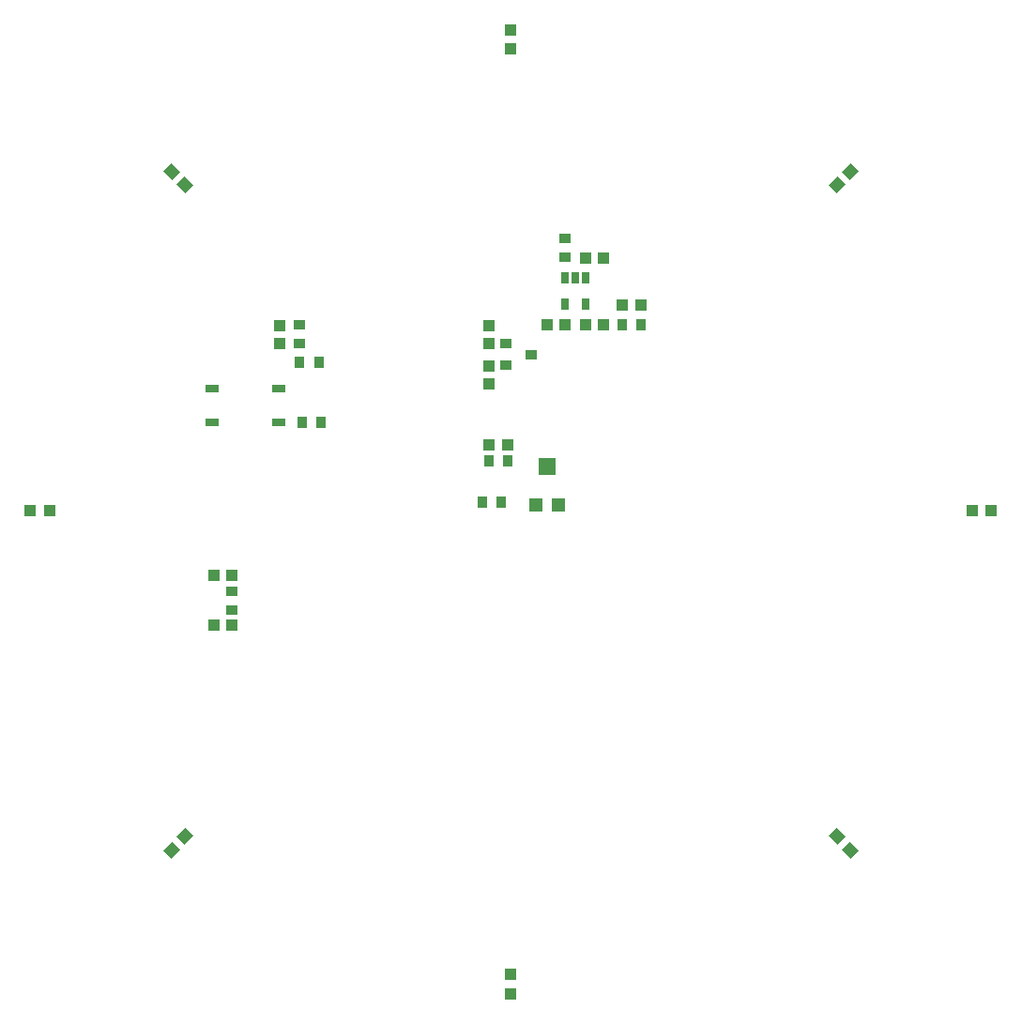
<source format=gtp>
G04 Layer_Color=8421504*
%FSLAX25Y25*%
%MOIN*%
G70*
G01*
G75*
%ADD10R,0.04724X0.04724*%
%ADD11R,0.06299X0.05906*%
%ADD12R,0.03543X0.03937*%
%ADD13R,0.04724X0.02756*%
%ADD14R,0.04331X0.03937*%
%ADD15R,0.03937X0.03543*%
%ADD16R,0.03937X0.03937*%
%ADD17R,0.02559X0.04331*%
%ADD18R,0.03937X0.03937*%
G04:AMPARAMS|DCode=19|XSize=39.37mil|YSize=43.31mil|CornerRadius=0mil|HoleSize=0mil|Usage=FLASHONLY|Rotation=135.000|XOffset=0mil|YOffset=0mil|HoleType=Round|Shape=Rectangle|*
%AMROTATEDRECTD19*
4,1,4,0.02923,0.00139,-0.00139,-0.02923,-0.02923,-0.00139,0.00139,0.02923,0.02923,0.00139,0.0*
%
%ADD19ROTATEDRECTD19*%

%ADD20R,0.03937X0.04331*%
G04:AMPARAMS|DCode=21|XSize=39.37mil|YSize=43.31mil|CornerRadius=0mil|HoleSize=0mil|Usage=FLASHONLY|Rotation=225.000|XOffset=0mil|YOffset=0mil|HoleType=Round|Shape=Rectangle|*
%AMROTATEDRECTD21*
4,1,4,-0.00139,0.02923,0.02923,-0.00139,0.00139,-0.02923,-0.02923,0.00139,-0.00139,0.02923,0.0*
%
%ADD21ROTATEDRECTD21*%

%ADD22R,0.03937X0.03740*%
D10*
X8858Y1969D02*
D03*
X16732D02*
D03*
D11*
X12795Y15551D02*
D03*
D12*
X-10039Y3150D02*
D03*
X-3347D02*
D03*
X-1181Y17717D02*
D03*
X-7874D02*
D03*
X46260Y66142D02*
D03*
X39567D02*
D03*
X-68307Y52559D02*
D03*
X-75000D02*
D03*
X-74213Y31299D02*
D03*
X-67520D02*
D03*
D13*
X-82480Y43307D02*
D03*
X-106102D02*
D03*
Y31496D02*
D03*
X-82480D02*
D03*
D14*
X-7874Y23425D02*
D03*
X-1181D02*
D03*
X39370Y73032D02*
D03*
X46063D02*
D03*
X170669Y0D02*
D03*
X163976D02*
D03*
X-170669D02*
D03*
X-163976D02*
D03*
D15*
X19094Y89961D02*
D03*
Y96653D02*
D03*
X-99213Y-28543D02*
D03*
Y-35236D02*
D03*
X-75000Y65945D02*
D03*
Y59252D02*
D03*
D16*
X-105315Y-23031D02*
D03*
X-99016D02*
D03*
X-105315Y-40748D02*
D03*
X-99016D02*
D03*
X26575Y66142D02*
D03*
X32874D02*
D03*
X32874Y89764D02*
D03*
X26575D02*
D03*
X19094Y66142D02*
D03*
X12795D02*
D03*
D17*
X26575Y73228D02*
D03*
X19094D02*
D03*
Y82677D02*
D03*
X22835D02*
D03*
X26575Y82677D02*
D03*
D18*
X-82284Y65748D02*
D03*
Y59449D02*
D03*
X-7874Y59252D02*
D03*
Y65551D02*
D03*
X-7874Y51378D02*
D03*
Y45079D02*
D03*
D19*
X120476Y120476D02*
D03*
X115744Y115744D02*
D03*
X-120476Y-120476D02*
D03*
X-115744Y-115744D02*
D03*
D20*
X0Y170669D02*
D03*
Y163976D02*
D03*
X-197Y-171457D02*
D03*
Y-164764D02*
D03*
D21*
X-120476Y120476D02*
D03*
X-115744Y115744D02*
D03*
X120476Y-120476D02*
D03*
X115744Y-115744D02*
D03*
D22*
X-1673Y59252D02*
D03*
X-1673Y51772D02*
D03*
X7185Y55512D02*
D03*
M02*

</source>
